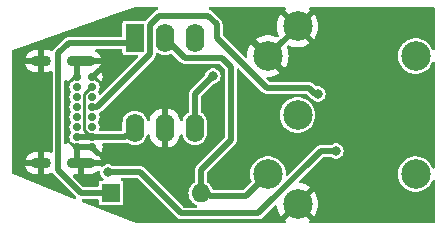
<source format=gbr>
%TF.GenerationSoftware,KiCad,Pcbnew,7.0.10*%
%TF.CreationDate,2024-10-22T16:46:23+13:00*%
%TF.ProjectId,MIDI_To_USB,4d494449-5f54-46f5-9f55-53422e6b6963,rev?*%
%TF.SameCoordinates,Original*%
%TF.FileFunction,Copper,L2,Bot*%
%TF.FilePolarity,Positive*%
%FSLAX46Y46*%
G04 Gerber Fmt 4.6, Leading zero omitted, Abs format (unit mm)*
G04 Created by KiCad (PCBNEW 7.0.10) date 2024-10-22 16:46:23*
%MOMM*%
%LPD*%
G01*
G04 APERTURE LIST*
%TA.AperFunction,ComponentPad*%
%ADD10O,1.600000X2.400000*%
%TD*%
%TA.AperFunction,ComponentPad*%
%ADD11R,1.600000X2.400000*%
%TD*%
%TA.AperFunction,ComponentPad*%
%ADD12C,0.700000*%
%TD*%
%TA.AperFunction,ComponentPad*%
%ADD13O,1.700000X0.900000*%
%TD*%
%TA.AperFunction,ComponentPad*%
%ADD14O,2.400000X0.900000*%
%TD*%
%TA.AperFunction,WasherPad*%
%ADD15C,2.499360*%
%TD*%
%TA.AperFunction,ComponentPad*%
%ADD16C,2.499360*%
%TD*%
%TA.AperFunction,ComponentPad*%
%ADD17R,1.600000X1.600000*%
%TD*%
%TA.AperFunction,ComponentPad*%
%ADD18O,1.600000X1.600000*%
%TD*%
%TA.AperFunction,ViaPad*%
%ADD19C,0.800000*%
%TD*%
%TA.AperFunction,Conductor*%
%ADD20C,0.500000*%
%TD*%
%TA.AperFunction,Conductor*%
%ADD21C,0.250000*%
%TD*%
G04 APERTURE END LIST*
D10*
%TO.P,U1,6*%
%TO.N,+5V*%
X148072000Y-91245500D03*
%TO.P,U1,5*%
%TO.N,GND*%
X150612000Y-91245500D03*
%TO.P,U1,4*%
%TO.N,RX*%
X153152000Y-91245500D03*
%TO.P,U1,3*%
%TO.N,unconnected-(U1-Pad3)*%
X153152000Y-83625500D03*
%TO.P,U1,2*%
%TO.N,Net-(D1-A)*%
X150612000Y-83625500D03*
D11*
%TO.P,U1,1*%
%TO.N,Net-(D1-K)*%
X148072000Y-83625500D03*
%TD*%
D12*
%TO.P,P1,A1,GND*%
%TO.N,GND*%
X144487000Y-92891000D03*
%TO.P,P1,A4,VBUS*%
%TO.N,+5V*%
X144487000Y-92041000D03*
%TO.P,P1,A5,CC*%
%TO.N,unconnected-(P1-CC-PadA5)*%
X144487000Y-91191000D03*
%TO.P,P1,A6,D+*%
%TO.N,Net-(P1-D+)*%
X144487000Y-90341000D03*
%TO.P,P1,A7,D-*%
%TO.N,Net-(P1-D-)*%
X144487000Y-89491000D03*
%TO.P,P1,A8*%
%TO.N,N/C*%
X144487000Y-88641000D03*
%TO.P,P1,A9,VBUS*%
%TO.N,+5V*%
X144487000Y-87791000D03*
%TO.P,P1,A12,GND*%
%TO.N,GND*%
X144487000Y-86941000D03*
%TO.P,P1,B1,GND*%
X143137000Y-86941000D03*
%TO.P,P1,B4,VBUS*%
%TO.N,+5V*%
X143137000Y-87791000D03*
%TO.P,P1,B5,VCONN*%
%TO.N,unconnected-(P1-VCONN-PadB5)*%
X143137000Y-88641000D03*
%TO.P,P1,B6*%
%TO.N,N/C*%
X143137000Y-89491000D03*
%TO.P,P1,B7*%
X143137000Y-90341000D03*
%TO.P,P1,B8*%
X143137000Y-91191000D03*
%TO.P,P1,B9,VBUS*%
%TO.N,+5V*%
X143137000Y-92041000D03*
%TO.P,P1,B12,GND*%
%TO.N,GND*%
X143137000Y-92891000D03*
D13*
%TO.P,P1,S1,SHIELD*%
X140127000Y-85591000D03*
X140127000Y-94241000D03*
D14*
X143507000Y-85591000D03*
X143507000Y-94241000D03*
%TD*%
D15*
%TO.P,J1,*%
%TO.N,*%
X171843700Y-85168740D03*
X171843700Y-95171260D03*
D16*
%TO.P,J1,5*%
%TO.N,GND*%
X159346900Y-85173820D03*
%TO.P,J1,1*%
X161848800Y-97668080D03*
%TO.P,J1,2*%
%TO.N,Net-(J1-Pad2)*%
X161846260Y-90170000D03*
%TO.P,J1,4*%
%TO.N,Net-(D1-A)*%
X159346900Y-95166180D03*
%TO.P,J1,3*%
%TO.N,GND*%
X161848800Y-82671920D03*
%TD*%
D17*
%TO.P,D1,1,K*%
%TO.N,Net-(D1-K)*%
X146050000Y-96774000D03*
D18*
%TO.P,D1,2,A*%
%TO.N,Net-(D1-A)*%
X153670000Y-96774000D03*
%TD*%
D19*
%TO.N,GND*%
X168656000Y-94234000D03*
%TO.N,Net-(U3-VCCD)*%
X145796000Y-94996000D03*
%TO.N,RX*%
X154686000Y-86868000D03*
%TO.N,Net-(P1-D-)*%
X163576000Y-88392000D03*
%TO.N,Net-(U3-VCCD)*%
X165100000Y-93218000D03*
%TD*%
D20*
%TO.N,Net-(D1-K)*%
X143524000Y-96774000D02*
X146050000Y-96774000D01*
X141609699Y-94859699D02*
X143524000Y-96774000D01*
X141609699Y-84958301D02*
X141609699Y-94859699D01*
X147623500Y-84074000D02*
X142494000Y-84074000D01*
X142494000Y-84074000D02*
X141609699Y-84958301D01*
%TO.N,Net-(P1-D-)*%
X155000000Y-82500000D02*
X154250000Y-81750000D01*
X162828000Y-87884000D02*
X159268684Y-87884000D01*
X163336000Y-88392000D02*
X162828000Y-87884000D01*
X159268684Y-87884000D02*
X155000000Y-83615316D01*
X155000000Y-83615316D02*
X155000000Y-82500000D01*
X154250000Y-81750000D02*
X150123255Y-81750000D01*
X150123255Y-81750000D02*
X149352000Y-82521255D01*
X149352000Y-82521255D02*
X149352000Y-84995500D01*
X149352000Y-84995500D02*
X144856500Y-89491000D01*
X144856500Y-89491000D02*
X144487000Y-89491000D01*
%TO.N,Net-(D1-A)*%
X157520000Y-97000000D02*
X159353820Y-95166180D01*
X154410920Y-97000000D02*
X157520000Y-97000000D01*
X153930920Y-96520000D02*
X154410920Y-97000000D01*
%TO.N,Net-(U3-VCCD)*%
X145796000Y-94996000D02*
X148496000Y-94996000D01*
X163823973Y-93218000D02*
X165100000Y-93218000D01*
X148496000Y-94996000D02*
X152000000Y-98500000D01*
X152000000Y-98500000D02*
X158541973Y-98500000D01*
X158541973Y-98500000D02*
X163823973Y-93218000D01*
%TO.N,Net-(D1-A)*%
X156210000Y-92290000D02*
X156210000Y-86106000D01*
X156210000Y-86106000D02*
X155448000Y-85344000D01*
X155448000Y-85344000D02*
X152330500Y-85344000D01*
X153670000Y-94830000D02*
X156210000Y-92290000D01*
X152330500Y-85344000D02*
X150612000Y-83625500D01*
X153670000Y-96774000D02*
X153670000Y-94830000D01*
D21*
%TO.N,Net-(D1-K)*%
X148072000Y-83625500D02*
X147623500Y-84074000D01*
%TO.N,Net-(D1-A)*%
X153670000Y-96774000D02*
X153924000Y-96520000D01*
%TO.N,Net-(P1-D-)*%
X163576000Y-88392000D02*
X163336000Y-88392000D01*
D20*
%TO.N,GND*%
X143137000Y-92891000D02*
X143137000Y-93871000D01*
D21*
X143137000Y-93871000D02*
X143507000Y-94241000D01*
X143137000Y-85961000D02*
X143507000Y-85591000D01*
D20*
X143137000Y-86941000D02*
X143137000Y-85961000D01*
X143137000Y-92891000D02*
X144487000Y-92891000D01*
%TO.N,RX*%
X154686000Y-86868000D02*
X153152000Y-88402000D01*
X153152000Y-88402000D02*
X153152000Y-91245500D01*
D21*
%TO.N,+5V*%
X143812000Y-88361405D02*
X144382405Y-87791000D01*
X144207405Y-91866000D02*
X143812000Y-91470595D01*
X144382405Y-87791000D02*
X144487000Y-87791000D01*
X148072000Y-91245500D02*
X147451500Y-91866000D01*
X143812000Y-91470595D02*
X143812000Y-88361405D01*
D20*
X143137000Y-92041000D02*
X144487000Y-92041000D01*
X147276500Y-92041000D02*
X144487000Y-92041000D01*
X148072000Y-91245500D02*
X147276500Y-92041000D01*
D21*
X144487000Y-87791000D02*
X144617500Y-87791000D01*
%TD*%
%TA.AperFunction,Conductor*%
%TO.N,GND*%
G36*
X148304363Y-95516185D02*
G01*
X148325005Y-95532819D01*
X151598614Y-98806427D01*
X151615250Y-98827071D01*
X151617857Y-98831128D01*
X151655390Y-98863650D01*
X151661869Y-98869683D01*
X151671396Y-98879210D01*
X151671403Y-98879216D01*
X151671407Y-98879220D01*
X151671410Y-98879222D01*
X151671411Y-98879223D01*
X151682198Y-98887298D01*
X151689091Y-98892853D01*
X151726622Y-98925374D01*
X151726624Y-98925375D01*
X151726625Y-98925375D01*
X151726627Y-98925377D01*
X151731010Y-98927379D01*
X151753807Y-98940905D01*
X151757669Y-98943796D01*
X151804212Y-98961155D01*
X151812360Y-98964530D01*
X151839673Y-98977004D01*
X151857540Y-98985164D01*
X151857541Y-98985164D01*
X151857543Y-98985165D01*
X151862312Y-98985850D01*
X151888002Y-98992407D01*
X151892517Y-98994091D01*
X151942049Y-98997633D01*
X151950843Y-98998579D01*
X151964201Y-99000500D01*
X151977692Y-99000500D01*
X151986538Y-99000815D01*
X152036073Y-99004359D01*
X152040785Y-99003334D01*
X152067143Y-99000500D01*
X158474830Y-99000500D01*
X158501188Y-99003334D01*
X158505900Y-99004359D01*
X158555434Y-99000815D01*
X158564281Y-99000500D01*
X158577772Y-99000500D01*
X158591129Y-98998579D01*
X158599924Y-98997633D01*
X158649456Y-98994091D01*
X158653965Y-98992408D01*
X158679658Y-98985850D01*
X158684430Y-98985165D01*
X158729610Y-98964530D01*
X158737774Y-98961149D01*
X158784304Y-98943796D01*
X158788162Y-98940907D01*
X158810968Y-98927375D01*
X158815346Y-98925377D01*
X158852880Y-98892853D01*
X158859751Y-98887316D01*
X158870566Y-98879221D01*
X158880128Y-98869658D01*
X158886582Y-98863650D01*
X158924116Y-98831128D01*
X158926724Y-98827068D01*
X158943354Y-98806431D01*
X159902210Y-97847575D01*
X159963529Y-97814093D01*
X160033220Y-97819077D01*
X160089154Y-97860949D01*
X160113539Y-97925979D01*
X160113809Y-97929579D01*
X160113809Y-97929584D01*
X160172162Y-98185241D01*
X160172165Y-98185253D01*
X160267974Y-98429368D01*
X160399095Y-98656476D01*
X160446901Y-98716424D01*
X161209770Y-97953555D01*
X161269724Y-98067787D01*
X161382207Y-98194755D01*
X161521807Y-98291113D01*
X161563505Y-98306927D01*
X160799861Y-99070570D01*
X160824027Y-99087046D01*
X160868329Y-99141075D01*
X160876388Y-99210478D01*
X160845645Y-99273221D01*
X160785861Y-99309383D01*
X160754175Y-99313500D01*
X148201007Y-99313500D01*
X148155404Y-99304810D01*
X147113755Y-98892853D01*
X143626791Y-97513809D01*
X143571690Y-97470850D01*
X143548561Y-97404919D01*
X143564749Y-97336951D01*
X143615114Y-97288523D01*
X143672395Y-97274500D01*
X144875500Y-97274500D01*
X144942539Y-97294185D01*
X144988294Y-97346989D01*
X144999500Y-97398500D01*
X144999500Y-97598678D01*
X145014032Y-97671735D01*
X145014033Y-97671739D01*
X145014034Y-97671740D01*
X145069399Y-97754601D01*
X145130065Y-97795136D01*
X145152260Y-97809966D01*
X145152264Y-97809967D01*
X145225321Y-97824499D01*
X145225324Y-97824500D01*
X145225326Y-97824500D01*
X146874676Y-97824500D01*
X146874677Y-97824499D01*
X146947740Y-97809966D01*
X147030601Y-97754601D01*
X147085966Y-97671740D01*
X147100500Y-97598674D01*
X147100500Y-95949326D01*
X147100500Y-95949323D01*
X147100499Y-95949321D01*
X147085967Y-95876264D01*
X147085966Y-95876260D01*
X147066457Y-95847062D01*
X147030601Y-95793399D01*
X146947740Y-95738034D01*
X146947739Y-95738033D01*
X146947738Y-95738033D01*
X146940563Y-95735061D01*
X146886160Y-95691220D01*
X146864095Y-95624926D01*
X146881374Y-95557226D01*
X146932512Y-95509616D01*
X146988016Y-95496500D01*
X148237324Y-95496500D01*
X148304363Y-95516185D01*
G37*
%TD.AperFunction*%
%TA.AperFunction,Conductor*%
G36*
X173424539Y-81046185D02*
G01*
X173470294Y-81098989D01*
X173481500Y-81150500D01*
X173481500Y-84576544D01*
X173461815Y-84643583D01*
X173409011Y-84689338D01*
X173339853Y-84699282D01*
X173276297Y-84670257D01*
X173243944Y-84626354D01*
X173167590Y-84452286D01*
X173031612Y-84244155D01*
X172983083Y-84191439D01*
X172863226Y-84061239D01*
X172863221Y-84061235D01*
X172863219Y-84061233D01*
X172667041Y-83908541D01*
X172667035Y-83908537D01*
X172448381Y-83790207D01*
X172448373Y-83790204D01*
X172213237Y-83709481D01*
X172029314Y-83678790D01*
X171968008Y-83668560D01*
X171719392Y-83668560D01*
X171670346Y-83676744D01*
X171474162Y-83709481D01*
X171239026Y-83790204D01*
X171239018Y-83790207D01*
X171020364Y-83908537D01*
X171020358Y-83908541D01*
X170824180Y-84061233D01*
X170824177Y-84061236D01*
X170824174Y-84061238D01*
X170824174Y-84061239D01*
X170809566Y-84077108D01*
X170655787Y-84244155D01*
X170519809Y-84452286D01*
X170419941Y-84679962D01*
X170358909Y-84920975D01*
X170338379Y-85168734D01*
X170338379Y-85168745D01*
X170358909Y-85416504D01*
X170419941Y-85657517D01*
X170519809Y-85885193D01*
X170655787Y-86093324D01*
X170655790Y-86093327D01*
X170824174Y-86276241D01*
X170824177Y-86276243D01*
X170824180Y-86276246D01*
X171020358Y-86428938D01*
X171020364Y-86428942D01*
X171020367Y-86428944D01*
X171239019Y-86547273D01*
X171323601Y-86576310D01*
X171474162Y-86627998D01*
X171474164Y-86627998D01*
X171474166Y-86627999D01*
X171719392Y-86668920D01*
X171719393Y-86668920D01*
X171968007Y-86668920D01*
X171968008Y-86668920D01*
X172213234Y-86627999D01*
X172448381Y-86547273D01*
X172667033Y-86428944D01*
X172670928Y-86425913D01*
X172790312Y-86332992D01*
X172863226Y-86276241D01*
X173031610Y-86093327D01*
X173167590Y-85885194D01*
X173243944Y-85711124D01*
X173288900Y-85657639D01*
X173355636Y-85636949D01*
X173422964Y-85655624D01*
X173469507Y-85707734D01*
X173481500Y-85760935D01*
X173481500Y-94579064D01*
X173461815Y-94646103D01*
X173409011Y-94691858D01*
X173339853Y-94701802D01*
X173276297Y-94672777D01*
X173243944Y-94628874D01*
X173167590Y-94454806D01*
X173031612Y-94246675D01*
X173012464Y-94225875D01*
X172863226Y-94063759D01*
X172863221Y-94063755D01*
X172863219Y-94063753D01*
X172667041Y-93911061D01*
X172667035Y-93911057D01*
X172448381Y-93792727D01*
X172448373Y-93792724D01*
X172213237Y-93712001D01*
X172029314Y-93681310D01*
X171968008Y-93671080D01*
X171719392Y-93671080D01*
X171670346Y-93679264D01*
X171474162Y-93712001D01*
X171239026Y-93792724D01*
X171239018Y-93792727D01*
X171020364Y-93911057D01*
X171020358Y-93911061D01*
X170824180Y-94063753D01*
X170824177Y-94063756D01*
X170655787Y-94246675D01*
X170519809Y-94454806D01*
X170419941Y-94682482D01*
X170358909Y-94923495D01*
X170338379Y-95171254D01*
X170338379Y-95171265D01*
X170358909Y-95419024D01*
X170419941Y-95660037D01*
X170519809Y-95887713D01*
X170655787Y-96095844D01*
X170655790Y-96095847D01*
X170824174Y-96278761D01*
X170824177Y-96278763D01*
X170824180Y-96278766D01*
X171020358Y-96431458D01*
X171020364Y-96431462D01*
X171020367Y-96431464D01*
X171239019Y-96549793D01*
X171361122Y-96591711D01*
X171474162Y-96630518D01*
X171474164Y-96630518D01*
X171474166Y-96630519D01*
X171719392Y-96671440D01*
X171719393Y-96671440D01*
X171968007Y-96671440D01*
X171968008Y-96671440D01*
X172213234Y-96630519D01*
X172448381Y-96549793D01*
X172667033Y-96431464D01*
X172863226Y-96278761D01*
X173031610Y-96095847D01*
X173167590Y-95887714D01*
X173243944Y-95713644D01*
X173288900Y-95660159D01*
X173355636Y-95639469D01*
X173422964Y-95658144D01*
X173469507Y-95710254D01*
X173481500Y-95763455D01*
X173481500Y-99189500D01*
X173461815Y-99256539D01*
X173409011Y-99302294D01*
X173357500Y-99313500D01*
X162943424Y-99313500D01*
X162876385Y-99293815D01*
X162830630Y-99241011D01*
X162820686Y-99171853D01*
X162849711Y-99108297D01*
X162873572Y-99087046D01*
X162897737Y-99070570D01*
X162134094Y-98306927D01*
X162175793Y-98291113D01*
X162315393Y-98194755D01*
X162427876Y-98067787D01*
X162487828Y-97953556D01*
X163250696Y-98716424D01*
X163250697Y-98716423D01*
X163298500Y-98656482D01*
X163298507Y-98656471D01*
X163429625Y-98429368D01*
X163525434Y-98185253D01*
X163525437Y-98185241D01*
X163583789Y-97929584D01*
X163603386Y-97668084D01*
X163603386Y-97668075D01*
X163583789Y-97406575D01*
X163525437Y-97150918D01*
X163525434Y-97150906D01*
X163429625Y-96906791D01*
X163298504Y-96679683D01*
X163250697Y-96619734D01*
X162487828Y-97382603D01*
X162427876Y-97268373D01*
X162315393Y-97141405D01*
X162175793Y-97045047D01*
X162134094Y-97029232D01*
X162897737Y-96265588D01*
X162726093Y-96148564D01*
X162726085Y-96148559D01*
X162489824Y-96034783D01*
X162489826Y-96034783D01*
X162239240Y-95957487D01*
X162239234Y-95957485D01*
X162093728Y-95935553D01*
X162030371Y-95906096D01*
X161992998Y-95847062D01*
X161993474Y-95777194D01*
X162024528Y-95725258D01*
X163994968Y-93754819D01*
X164056291Y-93721334D01*
X164082649Y-93718500D01*
X164636956Y-93718500D01*
X164703995Y-93738185D01*
X164719179Y-93749681D01*
X164727760Y-93757283D01*
X164727762Y-93757284D01*
X164727766Y-93757287D01*
X164867634Y-93830696D01*
X165021014Y-93868500D01*
X165021015Y-93868500D01*
X165178985Y-93868500D01*
X165332365Y-93830696D01*
X165351845Y-93820472D01*
X165472240Y-93757283D01*
X165590483Y-93652530D01*
X165680220Y-93522523D01*
X165736237Y-93374818D01*
X165755278Y-93218000D01*
X165751317Y-93185373D01*
X165736237Y-93061181D01*
X165714992Y-93005164D01*
X165680220Y-92913477D01*
X165590483Y-92783470D01*
X165472240Y-92678717D01*
X165472238Y-92678716D01*
X165472237Y-92678715D01*
X165332365Y-92605303D01*
X165178986Y-92567500D01*
X165178985Y-92567500D01*
X165021015Y-92567500D01*
X165021014Y-92567500D01*
X164867634Y-92605303D01*
X164727766Y-92678712D01*
X164727762Y-92678715D01*
X164727760Y-92678717D01*
X164719181Y-92686316D01*
X164655950Y-92716037D01*
X164636956Y-92717500D01*
X163891116Y-92717500D01*
X163864758Y-92714666D01*
X163860047Y-92713641D01*
X163860043Y-92713641D01*
X163810512Y-92717184D01*
X163801665Y-92717500D01*
X163788173Y-92717500D01*
X163782036Y-92718382D01*
X163774813Y-92719420D01*
X163766027Y-92720365D01*
X163716489Y-92723909D01*
X163716486Y-92723910D01*
X163711959Y-92725598D01*
X163686300Y-92732146D01*
X163681523Y-92732833D01*
X163681516Y-92732835D01*
X163636338Y-92753466D01*
X163628164Y-92756851D01*
X163581648Y-92774200D01*
X163581637Y-92774206D01*
X163577772Y-92777100D01*
X163554993Y-92790615D01*
X163550609Y-92792617D01*
X163550598Y-92792624D01*
X163513081Y-92825132D01*
X163506199Y-92830678D01*
X163495376Y-92838780D01*
X163485827Y-92848329D01*
X163479357Y-92854353D01*
X163441834Y-92886867D01*
X163441827Y-92886876D01*
X163439216Y-92890938D01*
X163422589Y-92911568D01*
X161062884Y-95271273D01*
X161001561Y-95304758D01*
X160931869Y-95299774D01*
X160875936Y-95257902D01*
X160851519Y-95192438D01*
X160851627Y-95173350D01*
X160852221Y-95166182D01*
X160852221Y-95166174D01*
X160831690Y-94918415D01*
X160831690Y-94918412D01*
X160770659Y-94677403D01*
X160670790Y-94449726D01*
X160667861Y-94445243D01*
X160534812Y-94241595D01*
X160508341Y-94212840D01*
X160366426Y-94058679D01*
X160366421Y-94058675D01*
X160366419Y-94058673D01*
X160170241Y-93905981D01*
X160170235Y-93905977D01*
X159951581Y-93787647D01*
X159951573Y-93787644D01*
X159716437Y-93706921D01*
X159532514Y-93676230D01*
X159471208Y-93666000D01*
X159222592Y-93666000D01*
X159173546Y-93674184D01*
X158977362Y-93706921D01*
X158742226Y-93787644D01*
X158742218Y-93787647D01*
X158523564Y-93905977D01*
X158523558Y-93905981D01*
X158327380Y-94058673D01*
X158327377Y-94058676D01*
X158158987Y-94241595D01*
X158023009Y-94449726D01*
X157923141Y-94677402D01*
X157862109Y-94918415D01*
X157841579Y-95166174D01*
X157841579Y-95166185D01*
X157862109Y-95413944D01*
X157923140Y-95654955D01*
X157960482Y-95740086D01*
X157969385Y-95809386D01*
X157939408Y-95872498D01*
X157934607Y-95877577D01*
X157349005Y-96463181D01*
X157287682Y-96496666D01*
X157261324Y-96499500D01*
X154776466Y-96499500D01*
X154709427Y-96479815D01*
X154663672Y-96427011D01*
X154657805Y-96411495D01*
X154645232Y-96370046D01*
X154547685Y-96187550D01*
X154472427Y-96095847D01*
X154416410Y-96027589D01*
X154256451Y-95896315D01*
X154236045Y-95885408D01*
X154186202Y-95836445D01*
X154170500Y-95776051D01*
X154170500Y-95088675D01*
X154190185Y-95021636D01*
X154206814Y-95000999D01*
X156516431Y-92691381D01*
X156537068Y-92674751D01*
X156541128Y-92672143D01*
X156573640Y-92634620D01*
X156579674Y-92628139D01*
X156581770Y-92626043D01*
X156589220Y-92618594D01*
X156597314Y-92607780D01*
X156602852Y-92600906D01*
X156635377Y-92563373D01*
X156637377Y-92558992D01*
X156650911Y-92536183D01*
X156653795Y-92532331D01*
X156671146Y-92485807D01*
X156674533Y-92477633D01*
X156695165Y-92432457D01*
X156695851Y-92427683D01*
X156702407Y-92401996D01*
X156704091Y-92397483D01*
X156704091Y-92397478D01*
X156704092Y-92397477D01*
X156705650Y-92375678D01*
X156707633Y-92347946D01*
X156708574Y-92339184D01*
X156710500Y-92325799D01*
X156710500Y-92312297D01*
X156710816Y-92303450D01*
X156714358Y-92253927D01*
X156714357Y-92253923D01*
X156713334Y-92249219D01*
X156710500Y-92222862D01*
X156710500Y-90170005D01*
X160340939Y-90170005D01*
X160361469Y-90417764D01*
X160422501Y-90658777D01*
X160522369Y-90886453D01*
X160658347Y-91094584D01*
X160658350Y-91094587D01*
X160826734Y-91277501D01*
X160826737Y-91277503D01*
X160826740Y-91277506D01*
X161022918Y-91430198D01*
X161022924Y-91430202D01*
X161022927Y-91430204D01*
X161241579Y-91548533D01*
X161313260Y-91573141D01*
X161476722Y-91629258D01*
X161476724Y-91629258D01*
X161476726Y-91629259D01*
X161721952Y-91670180D01*
X161721953Y-91670180D01*
X161970567Y-91670180D01*
X161970568Y-91670180D01*
X162215794Y-91629259D01*
X162450941Y-91548533D01*
X162669593Y-91430204D01*
X162865786Y-91277501D01*
X163034170Y-91094587D01*
X163170150Y-90886454D01*
X163270019Y-90658777D01*
X163331050Y-90417768D01*
X163350401Y-90184239D01*
X163351581Y-90170005D01*
X163351581Y-90169994D01*
X163336789Y-89991485D01*
X163331050Y-89922232D01*
X163270019Y-89681223D01*
X163170150Y-89453546D01*
X163092203Y-89334239D01*
X163034172Y-89245415D01*
X162981463Y-89188158D01*
X162865786Y-89062499D01*
X162865781Y-89062495D01*
X162865779Y-89062493D01*
X162669601Y-88909801D01*
X162669595Y-88909797D01*
X162450941Y-88791467D01*
X162450933Y-88791464D01*
X162215797Y-88710741D01*
X162031874Y-88680050D01*
X161970568Y-88669820D01*
X161721952Y-88669820D01*
X161672906Y-88678004D01*
X161476722Y-88710741D01*
X161241586Y-88791464D01*
X161241578Y-88791467D01*
X161022924Y-88909797D01*
X161022918Y-88909801D01*
X160826740Y-89062493D01*
X160826737Y-89062496D01*
X160658347Y-89245415D01*
X160522369Y-89453546D01*
X160422501Y-89681222D01*
X160361469Y-89922235D01*
X160340939Y-90169994D01*
X160340939Y-90170005D01*
X156710500Y-90170005D01*
X156710500Y-86332992D01*
X156730185Y-86265953D01*
X156782989Y-86220198D01*
X156852147Y-86210254D01*
X156915703Y-86239279D01*
X156922181Y-86245311D01*
X158867298Y-88190428D01*
X158883930Y-88211066D01*
X158886538Y-88215125D01*
X158886541Y-88215128D01*
X158924084Y-88247658D01*
X158930547Y-88253677D01*
X158940091Y-88263221D01*
X158940097Y-88263226D01*
X158940100Y-88263228D01*
X158950891Y-88271306D01*
X158957784Y-88276860D01*
X158974662Y-88291485D01*
X158995311Y-88309377D01*
X158999694Y-88311379D01*
X159022491Y-88324905D01*
X159026353Y-88327796D01*
X159072896Y-88345155D01*
X159081044Y-88348530D01*
X159108357Y-88361004D01*
X159126224Y-88369164D01*
X159126225Y-88369164D01*
X159126227Y-88369165D01*
X159130996Y-88369850D01*
X159156686Y-88376407D01*
X159161201Y-88378091D01*
X159210733Y-88381633D01*
X159219527Y-88382579D01*
X159232885Y-88384500D01*
X159246376Y-88384500D01*
X159255222Y-88384815D01*
X159304757Y-88388359D01*
X159309469Y-88387334D01*
X159335827Y-88384500D01*
X162569324Y-88384500D01*
X162636363Y-88404185D01*
X162657005Y-88420819D01*
X163007392Y-88771207D01*
X163007398Y-88771212D01*
X163007406Y-88771220D01*
X163093669Y-88835795D01*
X163100773Y-88841113D01*
X163100449Y-88841544D01*
X163110177Y-88848376D01*
X163203762Y-88931285D01*
X163343634Y-89004696D01*
X163497014Y-89042500D01*
X163497015Y-89042500D01*
X163654985Y-89042500D01*
X163808365Y-89004696D01*
X163835384Y-88990515D01*
X163948240Y-88931283D01*
X164066483Y-88826530D01*
X164156220Y-88696523D01*
X164212237Y-88548818D01*
X164231278Y-88392000D01*
X164230712Y-88387334D01*
X164212237Y-88235181D01*
X164183597Y-88159664D01*
X164156220Y-88087477D01*
X164066483Y-87957470D01*
X163948240Y-87852717D01*
X163948238Y-87852716D01*
X163948237Y-87852715D01*
X163808365Y-87779303D01*
X163654986Y-87741500D01*
X163654985Y-87741500D01*
X163497015Y-87741500D01*
X163497012Y-87741500D01*
X163481721Y-87745269D01*
X163411919Y-87742199D01*
X163364367Y-87712553D01*
X163229385Y-87577571D01*
X163212750Y-87556928D01*
X163210145Y-87552874D01*
X163210143Y-87552872D01*
X163172614Y-87520353D01*
X163166147Y-87514333D01*
X163156593Y-87504779D01*
X163145785Y-87496688D01*
X163138904Y-87491144D01*
X163101373Y-87458623D01*
X163101372Y-87458622D01*
X163101367Y-87458619D01*
X163096983Y-87456617D01*
X163074194Y-87443096D01*
X163070331Y-87440204D01*
X163070329Y-87440203D01*
X163023790Y-87422845D01*
X163015622Y-87419461D01*
X162970457Y-87398835D01*
X162970455Y-87398834D01*
X162965682Y-87398148D01*
X162940000Y-87391593D01*
X162935486Y-87389909D01*
X162885946Y-87386365D01*
X162877159Y-87385420D01*
X162863799Y-87383500D01*
X162863797Y-87383500D01*
X162850308Y-87383500D01*
X162841461Y-87383184D01*
X162791929Y-87379641D01*
X162791925Y-87379641D01*
X162787215Y-87380666D01*
X162760857Y-87383500D01*
X159527360Y-87383500D01*
X159460321Y-87363815D01*
X159439679Y-87347181D01*
X159227679Y-87135181D01*
X159194194Y-87073858D01*
X159199178Y-87004166D01*
X159241050Y-86948233D01*
X159306514Y-86923816D01*
X159315360Y-86923500D01*
X159478019Y-86923500D01*
X159478025Y-86923499D01*
X159737334Y-86884413D01*
X159737340Y-86884412D01*
X159987925Y-86807116D01*
X160224185Y-86693340D01*
X160224186Y-86693339D01*
X160395837Y-86576310D01*
X159632194Y-85812667D01*
X159673893Y-85796853D01*
X159813493Y-85700495D01*
X159925976Y-85573527D01*
X159985928Y-85459296D01*
X160748796Y-86222164D01*
X160748797Y-86222163D01*
X160796600Y-86162222D01*
X160796607Y-86162211D01*
X160927725Y-85935108D01*
X161023534Y-85690993D01*
X161023537Y-85690981D01*
X161081889Y-85435324D01*
X161101486Y-85173824D01*
X161101486Y-85173815D01*
X161081889Y-84912315D01*
X161023537Y-84656658D01*
X161023534Y-84656646D01*
X160926032Y-84408216D01*
X160928170Y-84407376D01*
X160918266Y-84347732D01*
X160945901Y-84283560D01*
X161003843Y-84244515D01*
X161073697Y-84242995D01*
X161095161Y-84250984D01*
X161207777Y-84305217D01*
X161458359Y-84382512D01*
X161458365Y-84382513D01*
X161717674Y-84421599D01*
X161717681Y-84421600D01*
X161979919Y-84421600D01*
X161979925Y-84421599D01*
X162239234Y-84382513D01*
X162239240Y-84382512D01*
X162489825Y-84305216D01*
X162726085Y-84191440D01*
X162726086Y-84191439D01*
X162897737Y-84074410D01*
X162134094Y-83310767D01*
X162175793Y-83294953D01*
X162315393Y-83198595D01*
X162427876Y-83071627D01*
X162487828Y-82957396D01*
X163250696Y-83720264D01*
X163250697Y-83720263D01*
X163298500Y-83660322D01*
X163298507Y-83660311D01*
X163429625Y-83433208D01*
X163525434Y-83189093D01*
X163525437Y-83189081D01*
X163583789Y-82933424D01*
X163603386Y-82671924D01*
X163603386Y-82671915D01*
X163583789Y-82410415D01*
X163525437Y-82154758D01*
X163525434Y-82154746D01*
X163429625Y-81910631D01*
X163298504Y-81683523D01*
X163250697Y-81623574D01*
X162487828Y-82386443D01*
X162427876Y-82272213D01*
X162315393Y-82145245D01*
X162175793Y-82048887D01*
X162134093Y-82033072D01*
X162897737Y-81269427D01*
X162873574Y-81252954D01*
X162829272Y-81198925D01*
X162821212Y-81129522D01*
X162851955Y-81066779D01*
X162911738Y-81030617D01*
X162943425Y-81026500D01*
X173357500Y-81026500D01*
X173424539Y-81046185D01*
G37*
%TD.AperFunction*%
%TA.AperFunction,Conductor*%
G36*
X150034963Y-84908216D02*
G01*
X150208046Y-85000732D01*
X150406066Y-85060800D01*
X150406065Y-85060800D01*
X150424529Y-85062618D01*
X150612000Y-85081083D01*
X150817934Y-85060800D01*
X151015954Y-85000732D01*
X151106540Y-84952311D01*
X151174940Y-84938069D01*
X151240184Y-84963067D01*
X151252674Y-84973988D01*
X151929114Y-85650428D01*
X151945746Y-85671066D01*
X151948354Y-85675125D01*
X151948357Y-85675128D01*
X151985900Y-85707658D01*
X151992363Y-85713677D01*
X152001907Y-85723221D01*
X152001913Y-85723226D01*
X152001916Y-85723228D01*
X152012707Y-85731306D01*
X152019600Y-85736860D01*
X152057127Y-85769377D01*
X152061510Y-85771379D01*
X152084307Y-85784905D01*
X152088169Y-85787796D01*
X152134712Y-85805155D01*
X152142860Y-85808530D01*
X152170173Y-85821004D01*
X152188040Y-85829164D01*
X152188041Y-85829164D01*
X152188043Y-85829165D01*
X152192812Y-85829850D01*
X152218502Y-85836407D01*
X152223017Y-85838091D01*
X152272549Y-85841633D01*
X152281343Y-85842579D01*
X152294701Y-85844500D01*
X152308192Y-85844500D01*
X152317038Y-85844815D01*
X152366573Y-85848359D01*
X152371285Y-85847334D01*
X152397643Y-85844500D01*
X155189324Y-85844500D01*
X155256363Y-85864185D01*
X155277005Y-85880819D01*
X155673181Y-86276995D01*
X155706666Y-86338318D01*
X155709500Y-86364676D01*
X155709500Y-92031323D01*
X155689815Y-92098362D01*
X155673181Y-92119004D01*
X153363568Y-94428616D01*
X153342938Y-94445243D01*
X153338876Y-94447854D01*
X153338867Y-94447861D01*
X153306353Y-94485384D01*
X153300329Y-94491854D01*
X153290780Y-94501403D01*
X153282678Y-94512226D01*
X153277132Y-94519108D01*
X153244624Y-94556625D01*
X153244617Y-94556636D01*
X153242615Y-94561020D01*
X153229100Y-94583799D01*
X153226206Y-94587664D01*
X153226200Y-94587675D01*
X153208851Y-94634191D01*
X153205466Y-94642365D01*
X153184835Y-94687543D01*
X153184833Y-94687550D01*
X153184146Y-94692327D01*
X153177598Y-94717986D01*
X153175910Y-94722513D01*
X153175909Y-94722516D01*
X153172365Y-94772054D01*
X153171420Y-94780845D01*
X153169500Y-94794200D01*
X153169500Y-94807690D01*
X153169184Y-94816537D01*
X153165641Y-94866069D01*
X153165641Y-94866073D01*
X153166666Y-94870785D01*
X153169500Y-94897143D01*
X153169500Y-95776051D01*
X153149815Y-95843090D01*
X153103955Y-95885408D01*
X153083548Y-95896315D01*
X152923589Y-96027589D01*
X152792317Y-96187547D01*
X152792315Y-96187550D01*
X152756895Y-96253815D01*
X152694769Y-96370043D01*
X152634699Y-96568067D01*
X152614417Y-96774000D01*
X152634699Y-96979932D01*
X152664734Y-97078944D01*
X152694768Y-97177954D01*
X152792315Y-97360450D01*
X152816536Y-97389963D01*
X152923589Y-97520410D01*
X153000182Y-97583267D01*
X153083550Y-97651685D01*
X153266046Y-97749232D01*
X153291126Y-97756840D01*
X153349564Y-97795136D01*
X153378020Y-97858949D01*
X153367460Y-97928016D01*
X153321236Y-97980409D01*
X153255130Y-97999500D01*
X152258675Y-97999500D01*
X152191636Y-97979815D01*
X152170994Y-97963181D01*
X148897385Y-94689571D01*
X148880750Y-94668928D01*
X148878145Y-94664874D01*
X148878143Y-94664872D01*
X148840614Y-94632353D01*
X148834147Y-94626333D01*
X148824593Y-94616779D01*
X148813785Y-94608688D01*
X148806904Y-94603144D01*
X148769373Y-94570623D01*
X148769372Y-94570622D01*
X148769367Y-94570619D01*
X148764983Y-94568617D01*
X148742194Y-94555096D01*
X148738331Y-94552204D01*
X148738329Y-94552203D01*
X148691790Y-94534845D01*
X148683622Y-94531461D01*
X148638457Y-94510835D01*
X148638455Y-94510834D01*
X148633682Y-94510148D01*
X148608000Y-94503593D01*
X148603486Y-94501909D01*
X148553946Y-94498365D01*
X148545159Y-94497420D01*
X148531799Y-94495500D01*
X148531797Y-94495500D01*
X148518308Y-94495500D01*
X148509461Y-94495184D01*
X148459929Y-94491641D01*
X148459925Y-94491641D01*
X148455215Y-94492666D01*
X148428857Y-94495500D01*
X146259044Y-94495500D01*
X146192005Y-94475815D01*
X146176820Y-94464318D01*
X146168240Y-94456717D01*
X146168238Y-94456716D01*
X146168237Y-94456715D01*
X146168233Y-94456712D01*
X146028365Y-94383303D01*
X145874986Y-94345500D01*
X145874985Y-94345500D01*
X145717015Y-94345500D01*
X145717014Y-94345500D01*
X145563634Y-94383303D01*
X145423762Y-94456715D01*
X145402203Y-94475815D01*
X145363449Y-94510148D01*
X145358798Y-94514268D01*
X145295564Y-94543989D01*
X145226301Y-94534805D01*
X145178515Y-94497353D01*
X145173597Y-94491000D01*
X144423111Y-94491000D01*
X144462610Y-94466543D01*
X144530201Y-94377038D01*
X144560895Y-94269160D01*
X144550546Y-94157479D01*
X144500552Y-94057078D01*
X144428069Y-93991000D01*
X145177471Y-93991000D01*
X145114314Y-93820472D01*
X145114312Y-93820468D01*
X145012110Y-93656500D01*
X145012108Y-93656498D01*
X144998602Y-93642290D01*
X144973616Y-93641973D01*
X144968027Y-93645026D01*
X144898335Y-93640042D01*
X144853988Y-93611541D01*
X144221127Y-92978680D01*
X144198176Y-92936649D01*
X144287000Y-92936649D01*
X144326613Y-93018905D01*
X144397992Y-93075827D01*
X144464468Y-93091000D01*
X144509532Y-93091000D01*
X144576008Y-93075827D01*
X144647387Y-93018905D01*
X144687000Y-92936649D01*
X144687000Y-92845351D01*
X144647387Y-92763095D01*
X144576008Y-92706173D01*
X144509532Y-92691000D01*
X144464468Y-92691000D01*
X144397992Y-92706173D01*
X144326613Y-92763095D01*
X144287000Y-92845351D01*
X144287000Y-92936649D01*
X144198176Y-92936649D01*
X144187642Y-92917357D01*
X144192626Y-92847665D01*
X144221127Y-92803318D01*
X144347232Y-92677213D01*
X144408555Y-92643728D01*
X144451095Y-92641955D01*
X144487000Y-92646682D01*
X144522900Y-92641955D01*
X144591933Y-92652720D01*
X144626766Y-92677213D01*
X145238651Y-93289099D01*
X145238652Y-93289099D01*
X145267790Y-93238631D01*
X145323003Y-93068702D01*
X145323004Y-93068700D01*
X145341681Y-92891000D01*
X145323004Y-92713299D01*
X145323002Y-92713293D01*
X145319923Y-92703814D01*
X145317930Y-92633973D01*
X145354012Y-92574141D01*
X145416714Y-92543315D01*
X145437855Y-92541500D01*
X147209357Y-92541500D01*
X147235715Y-92544334D01*
X147240427Y-92545359D01*
X147289961Y-92541815D01*
X147298808Y-92541500D01*
X147312299Y-92541500D01*
X147325656Y-92539579D01*
X147334451Y-92538633D01*
X147383983Y-92535091D01*
X147388492Y-92533408D01*
X147414185Y-92526850D01*
X147418957Y-92526165D01*
X147418959Y-92526163D01*
X147427740Y-92524902D01*
X147428009Y-92526774D01*
X147486751Y-92526777D01*
X147510260Y-92536393D01*
X147668046Y-92620732D01*
X147866066Y-92680800D01*
X147866065Y-92680800D01*
X147877813Y-92681957D01*
X148072000Y-92701083D01*
X148277934Y-92680800D01*
X148475954Y-92620732D01*
X148658450Y-92523185D01*
X148818410Y-92391910D01*
X148949685Y-92231950D01*
X149047232Y-92049454D01*
X149094891Y-91892339D01*
X149133187Y-91833903D01*
X149196999Y-91805446D01*
X149266066Y-91816005D01*
X149318460Y-91862229D01*
X149333326Y-91896242D01*
X149385731Y-92091819D01*
X149385734Y-92091826D01*
X149481865Y-92297982D01*
X149612342Y-92484320D01*
X149773179Y-92645157D01*
X149959517Y-92775634D01*
X150165673Y-92871765D01*
X150165682Y-92871769D01*
X150361999Y-92924372D01*
X150362000Y-92924371D01*
X150362000Y-91561186D01*
X150373955Y-91573141D01*
X150486852Y-91630665D01*
X150580519Y-91645500D01*
X150643481Y-91645500D01*
X150737148Y-91630665D01*
X150850045Y-91573141D01*
X150862000Y-91561186D01*
X150862000Y-92924372D01*
X151058317Y-92871769D01*
X151058326Y-92871765D01*
X151264482Y-92775634D01*
X151450820Y-92645157D01*
X151611657Y-92484320D01*
X151742134Y-92297982D01*
X151838265Y-92091826D01*
X151838269Y-92091817D01*
X151890673Y-91896243D01*
X151927038Y-91836582D01*
X151989885Y-91806053D01*
X152059260Y-91814348D01*
X152113138Y-91858833D01*
X152129108Y-91892340D01*
X152176768Y-92049454D01*
X152274315Y-92231950D01*
X152288487Y-92249219D01*
X152405589Y-92391910D01*
X152497808Y-92467591D01*
X152565550Y-92523185D01*
X152748046Y-92620732D01*
X152946066Y-92680800D01*
X152946065Y-92680800D01*
X152957813Y-92681957D01*
X153152000Y-92701083D01*
X153357934Y-92680800D01*
X153555954Y-92620732D01*
X153738450Y-92523185D01*
X153898410Y-92391910D01*
X154029685Y-92231950D01*
X154127232Y-92049454D01*
X154187300Y-91851434D01*
X154202500Y-91697108D01*
X154202500Y-90793892D01*
X154187300Y-90639566D01*
X154127232Y-90441546D01*
X154029685Y-90259050D01*
X153956599Y-90169994D01*
X153898410Y-90099089D01*
X153738451Y-89967815D01*
X153718045Y-89956908D01*
X153668202Y-89907945D01*
X153652500Y-89847551D01*
X153652500Y-88660676D01*
X153672185Y-88593637D01*
X153688819Y-88572995D01*
X154197960Y-88063854D01*
X154711783Y-87550030D01*
X154769787Y-87517316D01*
X154918365Y-87480696D01*
X155058240Y-87407283D01*
X155176483Y-87302530D01*
X155266220Y-87172523D01*
X155322237Y-87024818D01*
X155341278Y-86868000D01*
X155339496Y-86853319D01*
X155322237Y-86711181D01*
X155290690Y-86627999D01*
X155266220Y-86563477D01*
X155176483Y-86433470D01*
X155058240Y-86328717D01*
X155058238Y-86328716D01*
X155058237Y-86328715D01*
X154918365Y-86255303D01*
X154764986Y-86217500D01*
X154764985Y-86217500D01*
X154607015Y-86217500D01*
X154607014Y-86217500D01*
X154453634Y-86255303D01*
X154313762Y-86328715D01*
X154195516Y-86433471D01*
X154105781Y-86563475D01*
X154105780Y-86563476D01*
X154049763Y-86711178D01*
X154049762Y-86711182D01*
X154043139Y-86765728D01*
X154015516Y-86829905D01*
X154007724Y-86838460D01*
X152845568Y-88000616D01*
X152824938Y-88017243D01*
X152820876Y-88019854D01*
X152820867Y-88019861D01*
X152788353Y-88057384D01*
X152782329Y-88063854D01*
X152772780Y-88073403D01*
X152764678Y-88084226D01*
X152759132Y-88091108D01*
X152726624Y-88128625D01*
X152726617Y-88128636D01*
X152724615Y-88133020D01*
X152711100Y-88155799D01*
X152708206Y-88159664D01*
X152708200Y-88159675D01*
X152690851Y-88206191D01*
X152687466Y-88214365D01*
X152666835Y-88259543D01*
X152666833Y-88259550D01*
X152666146Y-88264327D01*
X152659598Y-88289986D01*
X152657910Y-88294513D01*
X152657909Y-88294516D01*
X152654365Y-88344054D01*
X152653420Y-88352845D01*
X152651500Y-88366200D01*
X152651500Y-88379690D01*
X152651184Y-88388537D01*
X152647641Y-88438069D01*
X152647641Y-88438073D01*
X152648666Y-88442785D01*
X152651500Y-88469143D01*
X152651500Y-89847551D01*
X152631815Y-89914590D01*
X152585955Y-89956908D01*
X152565548Y-89967815D01*
X152405589Y-90099089D01*
X152274317Y-90259047D01*
X152176769Y-90441543D01*
X152129109Y-90598658D01*
X152090811Y-90657097D01*
X152026999Y-90685553D01*
X151957932Y-90674993D01*
X151905538Y-90628769D01*
X151890673Y-90594756D01*
X151838269Y-90399182D01*
X151838265Y-90399173D01*
X151742134Y-90193017D01*
X151611657Y-90006679D01*
X151450820Y-89845842D01*
X151264482Y-89715365D01*
X151058328Y-89619234D01*
X150862000Y-89566627D01*
X150862000Y-90929814D01*
X150850045Y-90917859D01*
X150737148Y-90860335D01*
X150643481Y-90845500D01*
X150580519Y-90845500D01*
X150486852Y-90860335D01*
X150373955Y-90917859D01*
X150362000Y-90929814D01*
X150362000Y-89566627D01*
X150165671Y-89619234D01*
X149959517Y-89715365D01*
X149773179Y-89845842D01*
X149612342Y-90006679D01*
X149481865Y-90193017D01*
X149385734Y-90399173D01*
X149385731Y-90399180D01*
X149333326Y-90594757D01*
X149296961Y-90654417D01*
X149234113Y-90684946D01*
X149164738Y-90676651D01*
X149110860Y-90632166D01*
X149094892Y-90598662D01*
X149047232Y-90441546D01*
X148949685Y-90259050D01*
X148876599Y-90169994D01*
X148818410Y-90099089D01*
X148671772Y-89978748D01*
X148658450Y-89967815D01*
X148475954Y-89870268D01*
X148277934Y-89810200D01*
X148277932Y-89810199D01*
X148277934Y-89810199D01*
X148072000Y-89789917D01*
X147866067Y-89810199D01*
X147668043Y-89870269D01*
X147557898Y-89929143D01*
X147485550Y-89967815D01*
X147485548Y-89967816D01*
X147485547Y-89967817D01*
X147325589Y-90099089D01*
X147194317Y-90259047D01*
X147096769Y-90441543D01*
X147036699Y-90639567D01*
X147021500Y-90793895D01*
X147021500Y-91416500D01*
X147001815Y-91483539D01*
X146949011Y-91529294D01*
X146897500Y-91540500D01*
X145177788Y-91540500D01*
X145110749Y-91520815D01*
X145064994Y-91468011D01*
X145055050Y-91398853D01*
X145063227Y-91369047D01*
X145072044Y-91347762D01*
X145092682Y-91191000D01*
X145072044Y-91034238D01*
X145011536Y-90888159D01*
X145011535Y-90888157D01*
X144987905Y-90857363D01*
X144975722Y-90841485D01*
X144950528Y-90776318D01*
X144964566Y-90707873D01*
X144975723Y-90690513D01*
X145003421Y-90654417D01*
X145011536Y-90643841D01*
X145072044Y-90497762D01*
X145092682Y-90341000D01*
X145072044Y-90184238D01*
X145035309Y-90095553D01*
X145027841Y-90026087D01*
X145059116Y-89963607D01*
X145092349Y-89941433D01*
X145091046Y-89939047D01*
X145098824Y-89934798D01*
X145098831Y-89934796D01*
X145102689Y-89931907D01*
X145125495Y-89918375D01*
X145129873Y-89916377D01*
X145167399Y-89883859D01*
X145174278Y-89878316D01*
X145185093Y-89870221D01*
X145194655Y-89860658D01*
X145201105Y-89854653D01*
X145238643Y-89822128D01*
X145241251Y-89818068D01*
X145257881Y-89797431D01*
X149658431Y-85396881D01*
X149679068Y-85380251D01*
X149683128Y-85377643D01*
X149715653Y-85340105D01*
X149721658Y-85333655D01*
X149731221Y-85324093D01*
X149739316Y-85313278D01*
X149744859Y-85306399D01*
X149777377Y-85268873D01*
X149779375Y-85264495D01*
X149792907Y-85241689D01*
X149795796Y-85237831D01*
X149813149Y-85191301D01*
X149816534Y-85183130D01*
X149820786Y-85173820D01*
X149837165Y-85137957D01*
X149837850Y-85133185D01*
X149844409Y-85107492D01*
X149846091Y-85102983D01*
X149849633Y-85053451D01*
X149850580Y-85044648D01*
X149852500Y-85031299D01*
X149852500Y-85017808D01*
X149852796Y-85009240D01*
X149852812Y-85009007D01*
X149877082Y-84943490D01*
X149932922Y-84901493D01*
X150002602Y-84896352D01*
X150034963Y-84908216D01*
G37*
%TD.AperFunction*%
%TA.AperFunction,Conductor*%
G36*
X149999700Y-81046185D02*
G01*
X150045455Y-81098989D01*
X150055399Y-81168147D01*
X150026374Y-81231703D01*
X149984169Y-81263296D01*
X149980799Y-81264834D01*
X149980798Y-81264835D01*
X149970743Y-81269427D01*
X149935620Y-81285466D01*
X149927446Y-81288851D01*
X149880930Y-81306200D01*
X149880923Y-81306204D01*
X149877055Y-81309100D01*
X149854274Y-81322616D01*
X149849882Y-81324623D01*
X149813988Y-81355724D01*
X149812353Y-81357141D01*
X149805474Y-81362684D01*
X149794664Y-81370777D01*
X149785115Y-81380325D01*
X149778650Y-81386343D01*
X149741114Y-81418870D01*
X149741111Y-81418873D01*
X149738500Y-81422936D01*
X149721870Y-81443570D01*
X149045568Y-82119871D01*
X149024938Y-82136498D01*
X149020876Y-82139109D01*
X149020874Y-82139110D01*
X149020872Y-82139112D01*
X149020870Y-82139113D01*
X149014166Y-82144923D01*
X149012642Y-82143164D01*
X148964502Y-82174096D01*
X148905393Y-82176733D01*
X148896680Y-82175000D01*
X148896674Y-82175000D01*
X147247326Y-82175000D01*
X147247323Y-82175000D01*
X147174264Y-82189532D01*
X147174260Y-82189533D01*
X147091399Y-82244899D01*
X147036033Y-82327760D01*
X147036032Y-82327764D01*
X147021500Y-82400821D01*
X147021500Y-83449500D01*
X147001815Y-83516539D01*
X146949011Y-83562294D01*
X146897500Y-83573500D01*
X142561138Y-83573500D01*
X142534781Y-83570666D01*
X142530076Y-83569642D01*
X142530068Y-83569642D01*
X142480547Y-83573184D01*
X142471701Y-83573500D01*
X142458197Y-83573500D01*
X142444835Y-83575421D01*
X142436045Y-83576366D01*
X142386517Y-83579909D01*
X142386514Y-83579910D01*
X142381996Y-83581595D01*
X142356320Y-83588148D01*
X142351541Y-83588835D01*
X142306367Y-83609465D01*
X142298194Y-83612851D01*
X142251667Y-83630205D01*
X142251667Y-83630206D01*
X142247802Y-83633099D01*
X142225020Y-83646616D01*
X142220631Y-83648620D01*
X142220630Y-83648621D01*
X142220628Y-83648622D01*
X142220627Y-83648623D01*
X142202338Y-83664470D01*
X142183089Y-83681149D01*
X142176215Y-83686688D01*
X142165406Y-83694780D01*
X142165402Y-83694783D01*
X142155853Y-83704331D01*
X142149387Y-83710350D01*
X142111862Y-83742866D01*
X142111854Y-83742876D01*
X142109243Y-83746938D01*
X142092616Y-83767568D01*
X141303267Y-84556917D01*
X141282637Y-84573544D01*
X141278575Y-84576155D01*
X141278566Y-84576162D01*
X141246052Y-84613685D01*
X141240028Y-84620155D01*
X141230479Y-84629704D01*
X141222377Y-84640527D01*
X141216831Y-84647409D01*
X141184323Y-84684926D01*
X141184316Y-84684937D01*
X141182314Y-84689321D01*
X141168799Y-84712100D01*
X141160593Y-84723064D01*
X141158607Y-84721577D01*
X141118514Y-84761659D01*
X141050239Y-84776501D01*
X140996766Y-84757596D01*
X140995911Y-84759138D01*
X140990415Y-84756087D01*
X140812862Y-84679893D01*
X140623606Y-84641000D01*
X140377000Y-84641000D01*
X140377000Y-85291000D01*
X139877000Y-85291000D01*
X139877000Y-84641000D01*
X139678824Y-84641000D01*
X139534778Y-84655647D01*
X139350438Y-84713484D01*
X139350428Y-84713489D01*
X139181501Y-84807251D01*
X139181494Y-84807256D01*
X139034894Y-84933107D01*
X138916631Y-85085890D01*
X138916629Y-85085894D01*
X138831542Y-85259356D01*
X138810404Y-85341000D01*
X139560889Y-85341000D01*
X139521390Y-85365457D01*
X139453799Y-85454962D01*
X139423105Y-85562840D01*
X139433454Y-85674521D01*
X139483448Y-85774922D01*
X139555931Y-85841000D01*
X138806529Y-85841000D01*
X138869685Y-86011527D01*
X138869687Y-86011531D01*
X138971892Y-86175503D01*
X139105002Y-86315534D01*
X139105003Y-86315535D01*
X139263586Y-86425913D01*
X139441137Y-86502106D01*
X139630394Y-86541000D01*
X139877000Y-86541000D01*
X139877000Y-85891000D01*
X140377000Y-85891000D01*
X140377000Y-86541000D01*
X140575176Y-86541000D01*
X140719221Y-86526352D01*
X140903561Y-86468515D01*
X140903574Y-86468509D01*
X140925020Y-86456606D01*
X140993188Y-86441282D01*
X141058820Y-86465245D01*
X141101078Y-86520887D01*
X141109199Y-86565024D01*
X141109199Y-93268913D01*
X141089514Y-93335952D01*
X141036710Y-93381707D01*
X140967552Y-93391651D01*
X140936299Y-93382864D01*
X140812862Y-93329893D01*
X140623606Y-93291000D01*
X140377000Y-93291000D01*
X140377000Y-93941000D01*
X139877000Y-93941000D01*
X139877000Y-93291000D01*
X139678824Y-93291000D01*
X139534778Y-93305647D01*
X139350438Y-93363484D01*
X139350428Y-93363489D01*
X139181501Y-93457251D01*
X139181494Y-93457256D01*
X139034894Y-93583107D01*
X138916631Y-93735890D01*
X138916629Y-93735894D01*
X138831542Y-93909356D01*
X138810404Y-93991000D01*
X139560889Y-93991000D01*
X139521390Y-94015457D01*
X139453799Y-94104962D01*
X139423105Y-94212840D01*
X139433454Y-94324521D01*
X139483448Y-94424922D01*
X139555931Y-94491000D01*
X138806529Y-94491000D01*
X138869685Y-94661527D01*
X138869687Y-94661531D01*
X138971892Y-94825503D01*
X139105002Y-94965534D01*
X139105003Y-94965535D01*
X139263586Y-95075913D01*
X139441137Y-95152106D01*
X139630394Y-95191000D01*
X139877000Y-95191000D01*
X139877000Y-94541000D01*
X140377000Y-94541000D01*
X140377000Y-95191000D01*
X140575176Y-95191000D01*
X140719221Y-95176352D01*
X140903561Y-95118515D01*
X140903574Y-95118509D01*
X141003010Y-95063317D01*
X141071179Y-95047993D01*
X141136811Y-95071956D01*
X141162461Y-95097431D01*
X141168797Y-95105896D01*
X141182316Y-95128682D01*
X141184318Y-95133066D01*
X141184321Y-95133071D01*
X141184322Y-95133072D01*
X141216843Y-95170603D01*
X141222387Y-95177484D01*
X141230478Y-95188292D01*
X141240032Y-95197846D01*
X141246052Y-95204313D01*
X141278571Y-95241842D01*
X141278573Y-95241844D01*
X141282627Y-95244449D01*
X141303270Y-95261084D01*
X143086690Y-97044504D01*
X143120175Y-97105827D01*
X143115191Y-97175519D01*
X143073319Y-97231452D01*
X143007855Y-97255869D01*
X142953406Y-97247495D01*
X137762897Y-95194724D01*
X137707795Y-95151764D01*
X137684666Y-95085833D01*
X137684500Y-95079414D01*
X137684500Y-84771542D01*
X137704185Y-84704503D01*
X137756989Y-84658748D01*
X137767635Y-84654469D01*
X147356759Y-81309100D01*
X148146965Y-81033420D01*
X148187811Y-81026500D01*
X149932661Y-81026500D01*
X149999700Y-81046185D01*
G37*
%TD.AperFunction*%
%TA.AperFunction,Conductor*%
G36*
X143757000Y-95191000D02*
G01*
X144305176Y-95191000D01*
X144449221Y-95176352D01*
X144633561Y-95118515D01*
X144633571Y-95118510D01*
X144802498Y-95024748D01*
X144802505Y-95024743D01*
X144936036Y-94910111D01*
X144999725Y-94881379D01*
X145068836Y-94891641D01*
X145121429Y-94937639D01*
X145139902Y-94989250D01*
X145159763Y-95152819D01*
X145215780Y-95300523D01*
X145215781Y-95300524D01*
X145305517Y-95430531D01*
X145391478Y-95506684D01*
X145428605Y-95565873D01*
X145427838Y-95635739D01*
X145389421Y-95694099D01*
X145325551Y-95722424D01*
X145309252Y-95723500D01*
X145225323Y-95723500D01*
X145152264Y-95738032D01*
X145152260Y-95738033D01*
X145069399Y-95793399D01*
X145014033Y-95876260D01*
X145014032Y-95876264D01*
X144999500Y-95949321D01*
X144999500Y-96149500D01*
X144979815Y-96216539D01*
X144927011Y-96262294D01*
X144875500Y-96273500D01*
X143782676Y-96273500D01*
X143715637Y-96253815D01*
X143694995Y-96237181D01*
X142860495Y-95402681D01*
X142827010Y-95341358D01*
X142831994Y-95271666D01*
X142873866Y-95215733D01*
X142939330Y-95191316D01*
X142948176Y-95191000D01*
X143257000Y-95191000D01*
X143257000Y-94541000D01*
X143757000Y-94541000D01*
X143757000Y-95191000D01*
G37*
%TD.AperFunction*%
%TA.AperFunction,Conductor*%
G36*
X143180333Y-86646626D02*
G01*
X143224680Y-86675127D01*
X143402871Y-86853318D01*
X143436356Y-86914641D01*
X143431372Y-86984333D01*
X143402871Y-87028680D01*
X143276766Y-87154785D01*
X143215443Y-87188270D01*
X143172903Y-87190044D01*
X143150011Y-87187030D01*
X143137000Y-87185318D01*
X143136998Y-87185318D01*
X143136997Y-87185318D01*
X142980239Y-87205955D01*
X142980237Y-87205956D01*
X142834157Y-87266464D01*
X142718319Y-87355350D01*
X142710406Y-87358408D01*
X142701350Y-87372319D01*
X142612464Y-87488157D01*
X142551956Y-87634237D01*
X142551955Y-87634239D01*
X142531318Y-87790998D01*
X142531318Y-87791001D01*
X142551955Y-87947760D01*
X142551956Y-87947762D01*
X142612464Y-88093841D01*
X142648277Y-88140515D01*
X142673470Y-88205684D01*
X142659431Y-88274129D01*
X142648277Y-88291485D01*
X142612464Y-88338158D01*
X142551956Y-88484237D01*
X142551955Y-88484239D01*
X142531318Y-88640998D01*
X142531318Y-88641001D01*
X142551955Y-88797760D01*
X142551956Y-88797762D01*
X142612464Y-88943841D01*
X142648277Y-88990515D01*
X142673470Y-89055684D01*
X142659431Y-89124129D01*
X142648277Y-89141485D01*
X142612464Y-89188158D01*
X142551956Y-89334237D01*
X142551955Y-89334239D01*
X142531318Y-89490998D01*
X142531318Y-89491001D01*
X142551955Y-89647760D01*
X142551956Y-89647762D01*
X142612464Y-89793841D01*
X142648277Y-89840515D01*
X142673470Y-89905684D01*
X142659431Y-89974129D01*
X142648277Y-89991485D01*
X142612464Y-90038158D01*
X142551956Y-90184237D01*
X142551955Y-90184239D01*
X142531318Y-90340998D01*
X142531318Y-90341001D01*
X142551955Y-90497760D01*
X142551956Y-90497762D01*
X142612464Y-90643841D01*
X142648277Y-90690515D01*
X142673470Y-90755684D01*
X142659431Y-90824129D01*
X142648277Y-90841485D01*
X142612464Y-90888158D01*
X142551956Y-91034237D01*
X142551955Y-91034239D01*
X142531318Y-91190998D01*
X142531318Y-91191001D01*
X142551955Y-91347760D01*
X142551956Y-91347762D01*
X142612464Y-91493841D01*
X142648277Y-91540515D01*
X142673470Y-91605684D01*
X142659431Y-91674129D01*
X142648277Y-91691485D01*
X142612464Y-91738158D01*
X142551956Y-91884237D01*
X142551955Y-91884239D01*
X142531318Y-92040998D01*
X142531318Y-92041001D01*
X142551955Y-92197760D01*
X142551956Y-92197762D01*
X142593468Y-92297982D01*
X142612464Y-92343841D01*
X142701348Y-92459678D01*
X142704408Y-92467591D01*
X142718313Y-92476644D01*
X142834159Y-92565536D01*
X142980238Y-92626044D01*
X143137000Y-92646682D01*
X143172900Y-92641955D01*
X143241933Y-92652720D01*
X143276766Y-92677213D01*
X143402872Y-92803319D01*
X143436357Y-92864642D01*
X143431373Y-92934334D01*
X143402872Y-92978681D01*
X143224681Y-93156872D01*
X143163358Y-93190357D01*
X143093666Y-93185373D01*
X143049319Y-93156872D01*
X142829096Y-92936649D01*
X142937000Y-92936649D01*
X142976613Y-93018905D01*
X143047992Y-93075827D01*
X143114468Y-93091000D01*
X143159532Y-93091000D01*
X143226008Y-93075827D01*
X143297387Y-93018905D01*
X143337000Y-92936649D01*
X143337000Y-92845351D01*
X143297387Y-92763095D01*
X143226008Y-92706173D01*
X143159532Y-92691000D01*
X143114468Y-92691000D01*
X143047992Y-92706173D01*
X142976613Y-92763095D01*
X142937000Y-92845351D01*
X142937000Y-92936649D01*
X142829096Y-92936649D01*
X142555155Y-92662708D01*
X142542719Y-92639934D01*
X142529848Y-92635307D01*
X142515291Y-92622844D01*
X142385347Y-92492900D01*
X142356207Y-92543372D01*
X142352129Y-92555925D01*
X142312691Y-92613600D01*
X142248332Y-92640797D01*
X142179486Y-92628882D01*
X142128011Y-92581637D01*
X142110199Y-92517605D01*
X142110199Y-87314394D01*
X142129884Y-87247355D01*
X142182688Y-87201600D01*
X142251846Y-87191656D01*
X142315402Y-87220681D01*
X142352130Y-87276076D01*
X142356209Y-87288631D01*
X142356210Y-87288633D01*
X142385346Y-87339098D01*
X142515293Y-87209152D01*
X142538062Y-87196718D01*
X142542689Y-87183850D01*
X142555152Y-87169293D01*
X142737796Y-86986649D01*
X142937000Y-86986649D01*
X142976613Y-87068905D01*
X143047992Y-87125827D01*
X143114468Y-87141000D01*
X143159532Y-87141000D01*
X143226008Y-87125827D01*
X143297387Y-87068905D01*
X143337000Y-86986649D01*
X143337000Y-86895351D01*
X143297387Y-86813095D01*
X143226008Y-86756173D01*
X143159532Y-86741000D01*
X143114468Y-86741000D01*
X143047992Y-86756173D01*
X142976613Y-86813095D01*
X142937000Y-86895351D01*
X142937000Y-86986649D01*
X142737796Y-86986649D01*
X143049318Y-86675127D01*
X143110641Y-86641642D01*
X143180333Y-86646626D01*
G37*
%TD.AperFunction*%
%TA.AperFunction,Conductor*%
G36*
X146964539Y-84594185D02*
G01*
X147010294Y-84646989D01*
X147021500Y-84698500D01*
X147021500Y-84850178D01*
X147036032Y-84923235D01*
X147036033Y-84923239D01*
X147036034Y-84923240D01*
X147091399Y-85006101D01*
X147173263Y-85060800D01*
X147174260Y-85061466D01*
X147174264Y-85061467D01*
X147247321Y-85075999D01*
X147247324Y-85076000D01*
X147247326Y-85076000D01*
X148264324Y-85076000D01*
X148331363Y-85095685D01*
X148377118Y-85148489D01*
X148387062Y-85217647D01*
X148358037Y-85281203D01*
X148352005Y-85287681D01*
X145227696Y-88411988D01*
X145166373Y-88445473D01*
X145096681Y-88440489D01*
X145040748Y-88398617D01*
X145025454Y-88371759D01*
X145011538Y-88338163D01*
X145011535Y-88338157D01*
X144978048Y-88294517D01*
X144975722Y-88291485D01*
X144950528Y-88226318D01*
X144964566Y-88157873D01*
X144975723Y-88140513D01*
X144984844Y-88128627D01*
X145011536Y-88093841D01*
X145072044Y-87947762D01*
X145092682Y-87791000D01*
X145086661Y-87745269D01*
X145072044Y-87634239D01*
X145072044Y-87634238D01*
X145011536Y-87488159D01*
X144922651Y-87372322D01*
X144919591Y-87364408D01*
X144905683Y-87355352D01*
X144789841Y-87266464D01*
X144643762Y-87205956D01*
X144643760Y-87205955D01*
X144487002Y-87185318D01*
X144486998Y-87185318D01*
X144451098Y-87190044D01*
X144382063Y-87179278D01*
X144347233Y-87154786D01*
X144221128Y-87028681D01*
X144198177Y-86986649D01*
X144287000Y-86986649D01*
X144326613Y-87068905D01*
X144397992Y-87125827D01*
X144464468Y-87141000D01*
X144509532Y-87141000D01*
X144576008Y-87125827D01*
X144647387Y-87068905D01*
X144687000Y-86986649D01*
X144687000Y-86941000D01*
X144840553Y-86941000D01*
X145068841Y-87169289D01*
X145081278Y-87192065D01*
X145094153Y-87196694D01*
X145108710Y-87209158D01*
X145238651Y-87339099D01*
X145238652Y-87339099D01*
X145267790Y-87288631D01*
X145323003Y-87118702D01*
X145323004Y-87118700D01*
X145341681Y-86941000D01*
X145323004Y-86763299D01*
X145323003Y-86763297D01*
X145267793Y-86593375D01*
X145267790Y-86593369D01*
X145238651Y-86542899D01*
X144840553Y-86940999D01*
X144840553Y-86941000D01*
X144687000Y-86941000D01*
X144687000Y-86895351D01*
X144647387Y-86813095D01*
X144576008Y-86756173D01*
X144509532Y-86741000D01*
X144464468Y-86741000D01*
X144397992Y-86756173D01*
X144326613Y-86813095D01*
X144287000Y-86895351D01*
X144287000Y-86986649D01*
X144198177Y-86986649D01*
X144187643Y-86967358D01*
X144192627Y-86897666D01*
X144221128Y-86853319D01*
X144853989Y-86220458D01*
X144915312Y-86186973D01*
X144958358Y-86190051D01*
X144996523Y-86187631D01*
X145067369Y-86096107D01*
X145152457Y-85922643D01*
X145173596Y-85841000D01*
X144423111Y-85841000D01*
X144462610Y-85816543D01*
X144530201Y-85727038D01*
X144560895Y-85619160D01*
X144550546Y-85507479D01*
X144500552Y-85407078D01*
X144428069Y-85341000D01*
X145177471Y-85341000D01*
X145114314Y-85170472D01*
X145114312Y-85170468D01*
X145012107Y-85006496D01*
X144878997Y-84866465D01*
X144878996Y-84866464D01*
X144783900Y-84800275D01*
X144740121Y-84745821D01*
X144732733Y-84676343D01*
X144764079Y-84613900D01*
X144824209Y-84578317D01*
X144854737Y-84574500D01*
X146897500Y-84574500D01*
X146964539Y-84594185D01*
G37*
%TD.AperFunction*%
%TA.AperFunction,Conductor*%
G36*
X160821213Y-81046185D02*
G01*
X160866968Y-81098989D01*
X160876912Y-81168147D01*
X160847887Y-81231703D01*
X160824025Y-81252954D01*
X160799861Y-81269427D01*
X161563506Y-82033072D01*
X161521807Y-82048887D01*
X161382207Y-82145245D01*
X161269724Y-82272213D01*
X161209770Y-82386443D01*
X160446902Y-81623575D01*
X160399093Y-81683526D01*
X160267974Y-81910631D01*
X160172165Y-82154746D01*
X160172162Y-82154758D01*
X160113810Y-82410415D01*
X160094214Y-82671915D01*
X160094214Y-82671924D01*
X160113810Y-82933424D01*
X160172162Y-83189081D01*
X160172165Y-83189093D01*
X160269668Y-83437524D01*
X160267577Y-83438344D01*
X160277402Y-83498255D01*
X160249638Y-83562372D01*
X160191617Y-83601299D01*
X160121761Y-83602679D01*
X160100539Y-83594755D01*
X159987924Y-83540523D01*
X159987926Y-83540523D01*
X159737340Y-83463227D01*
X159737334Y-83463226D01*
X159478025Y-83424140D01*
X159215774Y-83424140D01*
X158956465Y-83463226D01*
X158956459Y-83463227D01*
X158705874Y-83540523D01*
X158469612Y-83654301D01*
X158469599Y-83654308D01*
X158297961Y-83771327D01*
X159061606Y-84534972D01*
X159019907Y-84550787D01*
X158880307Y-84647145D01*
X158767824Y-84774113D01*
X158707870Y-84888343D01*
X157945002Y-84125475D01*
X157897193Y-84185426D01*
X157766074Y-84412531D01*
X157670265Y-84656646D01*
X157670262Y-84656658D01*
X157611910Y-84912315D01*
X157592314Y-85173815D01*
X157593749Y-85192972D01*
X157579127Y-85261295D01*
X157529888Y-85310866D01*
X157461666Y-85325948D01*
X157396120Y-85301752D01*
X157382414Y-85289916D01*
X155536819Y-83444321D01*
X155503334Y-83382998D01*
X155500500Y-83356640D01*
X155500500Y-82567143D01*
X155503334Y-82540785D01*
X155504359Y-82536073D01*
X155500816Y-82486537D01*
X155500500Y-82477690D01*
X155500500Y-82464201D01*
X155498579Y-82450843D01*
X155497633Y-82442045D01*
X155494091Y-82392517D01*
X155492407Y-82388002D01*
X155485850Y-82362312D01*
X155485165Y-82357543D01*
X155464530Y-82312360D01*
X155461155Y-82304212D01*
X155443796Y-82257669D01*
X155440905Y-82253807D01*
X155427379Y-82231010D01*
X155425377Y-82226627D01*
X155392860Y-82189100D01*
X155387306Y-82182207D01*
X155379228Y-82171416D01*
X155379226Y-82171413D01*
X155379221Y-82171407D01*
X155369677Y-82161863D01*
X155363658Y-82155400D01*
X155331128Y-82117857D01*
X155331125Y-82117854D01*
X155327066Y-82115246D01*
X155306428Y-82098614D01*
X154651385Y-81443571D01*
X154634750Y-81422928D01*
X154632145Y-81418874D01*
X154632143Y-81418872D01*
X154594614Y-81386353D01*
X154588147Y-81380333D01*
X154578593Y-81370779D01*
X154567785Y-81362688D01*
X154560901Y-81357141D01*
X154523373Y-81324623D01*
X154523372Y-81324622D01*
X154523367Y-81324619D01*
X154518983Y-81322617D01*
X154496194Y-81309096D01*
X154492331Y-81306204D01*
X154492329Y-81306203D01*
X154445790Y-81288845D01*
X154437622Y-81285461D01*
X154392457Y-81264835D01*
X154392455Y-81264834D01*
X154389082Y-81263294D01*
X154336278Y-81217539D01*
X154316594Y-81150500D01*
X154336279Y-81083460D01*
X154389083Y-81037706D01*
X154440594Y-81026500D01*
X160754174Y-81026500D01*
X160821213Y-81046185D01*
G37*
%TD.AperFunction*%
%TA.AperFunction,Conductor*%
G36*
X161269724Y-83071627D02*
G01*
X161382207Y-83198595D01*
X161521807Y-83294953D01*
X161563505Y-83310767D01*
X160788032Y-84086240D01*
X159985928Y-84888343D01*
X159925976Y-84774113D01*
X159813493Y-84647145D01*
X159673893Y-84550787D01*
X159632193Y-84534972D01*
X160407666Y-83759498D01*
X160407670Y-83759495D01*
X161209770Y-82957395D01*
X161269724Y-83071627D01*
G37*
%TD.AperFunction*%
%TD*%
M02*

</source>
